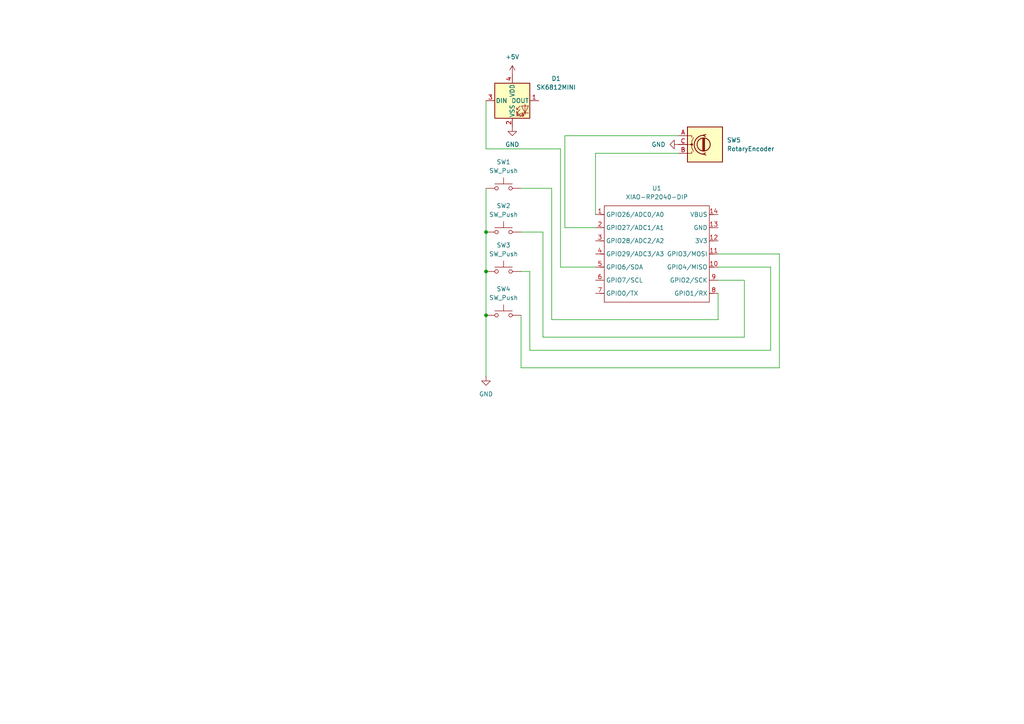
<source format=kicad_sch>
(kicad_sch (version 20250114) (generator "eeschema") (generator_version "9.0")
  (paper "A4")
  (lib_symbols
    (symbol "Device:RotaryEncoder" (pin_names (offset 0.254) (hide yes))
      (property "Reference" "SW" (at 0 6.604 0))
      (property "Value" "RotaryEncoder" (at 0 -6.604 0))
      (symbol "RotaryEncoder_0_1"
        (rectangle (start -5.08 5.08) (end 5.08 -5.08) (stroke (width 0.254)) (fill (type background)))
        (polyline (pts (xy -5.08 2.54) (xy -3.81 2.54) (xy -3.81 2.032)))
        (polyline (pts (xy -5.08 0) (xy -3.81 0) (xy -3.81 -1.016) (xy -3.302 -2.032)))
        (polyline (pts (xy -5.08 -2.54) (xy -3.81 -2.54) (xy -3.81 -2.032)))
        (polyline (pts (xy -4.318 0) (xy -3.81 0) (xy -3.81 1.016) (xy -3.302 2.032)))
        (circle (center -3.81 0) (radius 0.254) (fill (type outline)))
        (polyline (pts (xy -0.635 -1.778) (xy -0.635 1.778)) (stroke (width 0.254)))
        (circle (center -0.381 0) (radius 1.905) (stroke (width 0.254)))
        (polyline (pts (xy -0.381 -1.778) (xy -0.381 1.778)) (stroke (width 0.254)))
        (arc (start -0.381 -2.794) (mid -3.0988 -0.0635) (end -0.381 2.667) (stroke (width 0.254)))
        (polyline (pts (xy -0.127 1.778) (xy -0.127 -1.778)) (stroke (width 0.254)))
        (polyline (pts (xy 0.254 2.921) (xy -0.508 2.667) (xy 0.127 2.286)) (stroke (width 0.254)))
        (polyline (pts (xy 0.254 -3.048) (xy -0.508 -2.794) (xy 0.127 -2.413)) (stroke (width 0.254)))
      )
      (symbol "RotaryEncoder_1_1"
        (pin passive line (at -7.62 2.54 0) (length 2.54) (name "A") (number "A"))
        (pin passive line (at -7.62 0 0) (length 2.54) (name "C") (number "C"))
        (pin passive line (at -7.62 -2.54 0) (length 2.54) (name "B") (number "B"))
      )
    )
    (symbol "LED:SK6812MINI" (pin_names (offset 0.254))
      (property "Reference" "D" (at 5.08 5.715 0))
      (property "Value" "SK6812MINI" (at 1.27 -5.715 0))
      (symbol "SK6812MINI_0_0"
        (text "RGB" (at 2.286 -4.191 0) (effects (font (size 0.762 0.762))))
      )
      (symbol "SK6812MINI_0_1"
        (polyline (pts (xy 1.27 -2.54) (xy 1.778 -2.54)))
        (polyline (pts (xy 1.27 -3.556) (xy 1.778 -3.556)))
        (polyline (pts (xy 2.286 -1.524) (xy 1.27 -2.54) (xy 1.27 -2.032)))
        (polyline (pts (xy 2.286 -2.54) (xy 1.27 -3.556) (xy 1.27 -3.048)))
        (polyline (pts (xy 3.683 -1.016) (xy 3.683 -3.556) (xy 3.683 -4.064)))
        (polyline (pts (xy 4.699 -1.524) (xy 2.667 -1.524) (xy 3.683 -3.556) (xy 4.699 -1.524)))
        (polyline (pts (xy 4.699 -3.556) (xy 2.667 -3.556)))
        (rectangle (start 5.08 5.08) (end -5.08 -5.08) (stroke (width 0.254)) (fill (type background)))
      )
      (symbol "SK6812MINI_1_1"
        (pin input line (at -7.62 0 0) (length 2.54) (name "DIN") (number "3"))
        (pin power_in line (at 0 7.62 270) (length 2.54) (name "VDD") (number "4"))
        (pin power_in line (at 0 -7.62 90) (length 2.54) (name "VSS") (number "2"))
        (pin output line (at 7.62 0 180) (length 2.54) (name "DOUT") (number "1"))
      )
    )
    (symbol "OPL:XIAO-RP2040-DIP"
      (property "Reference" "U" (at 0 0 0))
      (property "Value" "XIAO-RP2040-DIP" (at 5.334 -1.778 0))
      (symbol "XIAO-RP2040-DIP_1_0"
        (polyline (pts (xy -1.27 -2.54) (xy 29.21 -2.54)) (stroke (width 0.1524)))
        (polyline (pts (xy -1.27 -5.08) (xy -2.54 -5.08)) (stroke (width 0.1524)))
        (polyline (pts (xy -1.27 -5.08) (xy -1.27 -2.54)) (stroke (width 0.1524)))
        (polyline (pts (xy -1.27 -8.89) (xy -2.54 -8.89)) (stroke (width 0.1524)))
        (polyline (pts (xy -1.27 -8.89) (xy -1.27 -5.08)) (stroke (width 0.1524)))
        (polyline (pts (xy -1.27 -12.7) (xy -2.54 -12.7)) (stroke (width 0.1524)))
        (polyline (pts (xy -1.27 -12.7) (xy -1.27 -8.89)) (stroke (width 0.1524)))
        (polyline (pts (xy -1.27 -16.51) (xy -2.54 -16.51)) (stroke (width 0.1524)))
        (polyline (pts (xy -1.27 -16.51) (xy -1.27 -12.7)) (stroke (width 0.1524)))
        (polyline (pts (xy -1.27 -20.32) (xy -2.54 -20.32)) (stroke (width 0.1524)))
        (polyline (pts (xy -1.27 -24.13) (xy -2.54 -24.13)) (stroke (width 0.1524)))
        (polyline (pts (xy -1.27 -27.94) (xy -2.54 -27.94)) (stroke (width 0.1524)))
        (polyline (pts (xy -1.27 -30.48) (xy -1.27 -16.51)) (stroke (width 0.1524)))
        (polyline (pts (xy 29.21 -2.54) (xy 29.21 -5.08)) (stroke (width 0.1524)))
        (polyline (pts (xy 29.21 -5.08) (xy 29.21 -8.89)) (stroke (width 0.1524)))
        (polyline (pts (xy 29.21 -8.89) (xy 29.21 -12.7)) (stroke (width 0.1524)))
        (polyline (pts (xy 29.21 -12.7) (xy 29.21 -30.48)) (stroke (width 0.1524)))
        (polyline (pts (xy 29.21 -30.48) (xy -1.27 -30.48)) (stroke (width 0.1524)))
        (polyline (pts (xy 30.48 -5.08) (xy 29.21 -5.08)) (stroke (width 0.1524)))
        (polyline (pts (xy 30.48 -8.89) (xy 29.21 -8.89)) (stroke (width 0.1524)))
        (polyline (pts (xy 30.48 -12.7) (xy 29.21 -12.7)) (stroke (width 0.1524)))
        (polyline (pts (xy 30.48 -16.51) (xy 29.21 -16.51)) (stroke (width 0.1524)))
        (polyline (pts (xy 30.48 -20.32) (xy 29.21 -20.32)) (stroke (width 0.1524)))
        (polyline (pts (xy 30.48 -24.13) (xy 29.21 -24.13)) (stroke (width 0.1524)))
        (polyline (pts (xy 30.48 -27.94) (xy 29.21 -27.94)) (stroke (width 0.1524)))
        (pin passive line (at -3.81 -5.08 0) (length 2.54) (name "GPIO26/ADC0/A0") (number "1"))
        (pin passive line (at -3.81 -8.89 0) (length 2.54) (name "GPIO27/ADC1/A1") (number "2"))
        (pin passive line (at -3.81 -12.7 0) (length 2.54) (name "GPIO28/ADC2/A2") (number "3"))
        (pin passive line (at -3.81 -16.51 0) (length 2.54) (name "GPIO29/ADC3/A3") (number "4"))
        (pin passive line (at -3.81 -20.32 0) (length 2.54) (name "GPIO6/SDA") (number "5"))
        (pin passive line (at -3.81 -24.13 0) (length 2.54) (name "GPIO7/SCL") (number "6"))
        (pin passive line (at -3.81 -27.94 0) (length 2.54) (name "GPIO0/TX") (number "7"))
        (pin passive line (at 31.75 -5.08 180) (length 2.54) (name "VBUS") (number "14"))
        (pin passive line (at 31.75 -8.89 180) (length 2.54) (name "GND") (number "13"))
        (pin passive line (at 31.75 -12.7 180) (length 2.54) (name "3V3") (number "12"))
        (pin passive line (at 31.75 -16.51 180) (length 2.54) (name "GPIO3/MOSI") (number "11"))
        (pin passive line (at 31.75 -20.32 180) (length 2.54) (name "GPIO4/MISO") (number "10"))
        (pin passive line (at 31.75 -24.13 180) (length 2.54) (name "GPIO2/SCK") (number "9"))
        (pin passive line (at 31.75 -27.94 180) (length 2.54) (name "GPIO1/RX") (number "8"))
      )
    )
    (symbol "Switch:SW_Push" (pin_numbers (hide yes)) (pin_names (offset 1.016) (hide yes))
      (property "Reference" "SW" (at 1.27 2.54 0))
      (property "Value" "SW_Push" (at 0 -1.524 0))
      (symbol "SW_Push_0_1"
        (circle (center -2.032 0) (radius 0.508))
        (polyline (pts (xy 0 1.27) (xy 0 3.048)))
        (circle (center 2.032 0) (radius 0.508))
        (polyline (pts (xy 2.54 1.27) (xy -2.54 1.27)))
        (pin passive line (at -5.08 0 0) (length 2.54) (name "1") (number "1"))
        (pin passive line (at 5.08 0 180) (length 2.54) (name "2") (number "2"))
      )
    )
    (symbol "power:+5V" (power) (pin_numbers (hide yes)) (pin_names (offset 0) (hide yes))
      (property "Value" "+5V" (at 0 3.556 0))
      (symbol "+5V_0_1"
        (polyline (pts (xy -0.762 1.27) (xy 0 2.54)))
        (polyline (pts (xy 0 2.54) (xy 0.762 1.27)))
        (polyline (pts (xy 0 0) (xy 0 2.54)))
      )
      (symbol "+5V_1_1"
        (pin power_in line (at 0 0 90) (length 0) (name "~") (number "1"))
      )
    )
    (symbol "power:GND" (power) (pin_numbers (hide yes)) (pin_names (offset 0) (hide yes))
      (property "Value" "GND" (at 0 -3.81 0))
      (symbol "GND_0_1"
        (polyline (pts (xy 0 0) (xy 0 -1.27) (xy 1.27 -1.27) (xy 0 -2.54) (xy -1.27 -1.27) (xy 0 -1.27)))
      )
      (symbol "GND_1_1"
        (pin power_in line (at 0 0 270) (length 0) (name "~") (number "1"))
      )
    )
  )
  (junction (at 140.97 78.74))
  (junction (at 140.97 91.44))
  (junction (at 140.97 67.31))
  (wire (pts (xy 151.13 91.44) (xy 151.13 106.68)))
  (wire (pts (xy 162.56 77.47) (xy 172.72 77.47)))
  (wire (pts (xy 172.72 44.45) (xy 196.85 44.45)))
  (wire (pts (xy 172.72 62.23) (xy 172.72 44.45)))
  (wire (pts (xy 140.97 54.61) (xy 140.97 67.31)))
  (wire (pts (xy 215.9 97.79) (xy 215.9 81.28)))
  (wire (pts (xy 151.13 78.74) (xy 153.67 78.74)))
  (wire (pts (xy 215.9 81.28) (xy 208.28 81.28)))
  (wire (pts (xy 140.97 29.21) (xy 140.97 43.18)))
  (wire (pts (xy 140.97 91.44) (xy 140.97 109.22)))
  (wire (pts (xy 157.48 97.79) (xy 215.9 97.79)))
  (wire (pts (xy 160.02 54.61) (xy 160.02 92.71)))
  (wire (pts (xy 140.97 43.18) (xy 162.56 43.18)))
  (wire (pts (xy 162.56 43.18) (xy 162.56 77.47)))
  (wire (pts (xy 153.67 101.6) (xy 223.52 101.6)))
  (wire (pts (xy 163.83 66.04) (xy 172.72 66.04)))
  (wire (pts (xy 157.48 67.31) (xy 157.48 97.79)))
  (wire (pts (xy 151.13 106.68) (xy 226.06 106.68)))
  (wire (pts (xy 153.67 78.74) (xy 153.67 101.6)))
  (wire (pts (xy 196.85 39.37) (xy 163.83 39.37)))
  (wire (pts (xy 208.28 92.71) (xy 208.28 85.09)))
  (wire (pts (xy 226.06 73.66) (xy 208.28 73.66)))
  (wire (pts (xy 151.13 67.31) (xy 157.48 67.31)))
  (wire (pts (xy 223.52 77.47) (xy 208.28 77.47)))
  (wire (pts (xy 223.52 101.6) (xy 223.52 77.47)))
  (wire (pts (xy 151.13 54.61) (xy 160.02 54.61)))
  (wire (pts (xy 140.97 67.31) (xy 140.97 78.74)))
  (wire (pts (xy 160.02 92.71) (xy 208.28 92.71)))
  (wire (pts (xy 140.97 78.74) (xy 140.97 91.44)))
  (wire (pts (xy 226.06 106.68) (xy 226.06 73.66)))
  (wire (pts (xy 163.83 39.37) (xy 163.83 66.04)))
  (symbol (lib_id "Switch:SW_Push") (at 146.05 91.44 0) (unit 1)
    (property "Reference" "SW4" (at 146.05 83.82 0))
    (property "Value" "SW_Push" (at 146.05 86.36 0))
    (property "Description" "Push button switch, generic, two pins" (effects (hide yes)))
  )
  (symbol (lib_id "Switch:SW_Push") (at 146.05 54.61 0) (unit 1)
    (property "Reference" "SW1" (at 146.05 46.99 0))
    (property "Value" "SW_Push" (at 146.05 49.53 0))
    (property "Description" "Push button switch, generic, two pins" (effects (hide yes)))
  )
  (symbol (lib_id "power:+5V") (at 148.59 21.59 0) (unit 1)
    (property "Reference" "#PWR02" (effects (hide yes)))
    (property "Value" "+5V" (at 148.59 16.51 0))
    (property "Description" "Power symbol creates a global label with name \"+5V\"" (effects (hide yes)))
  )
  (symbol (lib_id "power:GND") (at 148.59 36.83 0) (unit 1)
    (property "Reference" "#PWR03" (effects (hide yes)))
    (property "Value" "GND" (at 148.59 41.91 0))
    (property "Description" "Power symbol creates a global label with name \"GND\" , ground" (effects (hide yes)))
  )
  (symbol (lib_id "power:GND") (at 196.85 41.91 270) (unit 1)
    (property "Reference" "#PWR04" (effects (hide yes)))
    (property "Value" "GND" (at 193.04 41.9099 90) (effects (justify right)))
    (property "Description" "Power symbol creates a global label with name \"GND\" , ground" (effects (hide yes)))
  )
  (symbol (lib_id "Switch:SW_Push") (at 146.05 78.74 0) (unit 1)
    (property "Reference" "SW3" (at 146.05 71.12 0))
    (property "Value" "SW_Push" (at 146.05 73.66 0))
    (property "Description" "Push button switch, generic, two pins" (effects (hide yes)))
  )
  (symbol (lib_id "power:GND") (at 140.97 109.22 0) (unit 1)
    (property "Reference" "#PWR01" (effects (hide yes)))
    (property "Value" "GND" (at 140.97 114.3 0))
    (property "Description" "Power symbol creates a global label with name \"GND\" , ground" (effects (hide yes)))
  )
  (symbol (lib_id "Switch:SW_Push") (at 146.05 67.31 0) (unit 1)
    (property "Reference" "SW2" (at 146.05 59.69 0))
    (property "Value" "SW_Push" (at 146.05 62.23 0))
    (property "Description" "Push button switch, generic, two pins" (effects (hide yes)))
  )
  (symbol (lib_id "Device:RotaryEncoder") (at 204.47 41.91 0) (unit 1)
    (property "Reference" "SW5" (at 210.82 40.6399 0) (effects (justify left)))
    (property "Value" "RotaryEncoder" (at 210.82 43.1799 0) (effects (justify left)))
    (property "Description" "Rotary encoder, dual channel, incremental quadrate outputs" (effects (hide yes)))
  )
  (symbol (lib_id "LED:SK6812MINI") (at 148.59 29.21 0) (unit 1)
    (property "Reference" "D1" (at 161.29 22.7898 0))
    (property "Value" "SK6812MINI" (at 161.29 25.3298 0))
    (property "Footprint" "LED_SMD:LED_SK6812MINI_PLCC4_3.5x3.5mm_P1.75mm" (effects (hide yes)))
    (property "Datasheet" "https://cdn-shop.adafruit.com/product-files/2686/SK6812MINI_REV.01-1-2.pdf" (effects (hide yes)))
    (property "Description" "RGB LED with integrated controller" (effects (hide yes)))
  )
  (symbol (lib_id "OPL:XIAO-RP2040-DIP") (at 176.53 57.15 0) (unit 1)
    (property "Reference" "U1" (at 190.5 54.61 0))
    (property "Value" "XIAO-RP2040-DIP" (at 190.5 57.15 0))
    (property "Footprint" "Module:MOUDLE14P-XIAO-DIP-SMD" (effects (hide yes)))
  )
)
</source>
